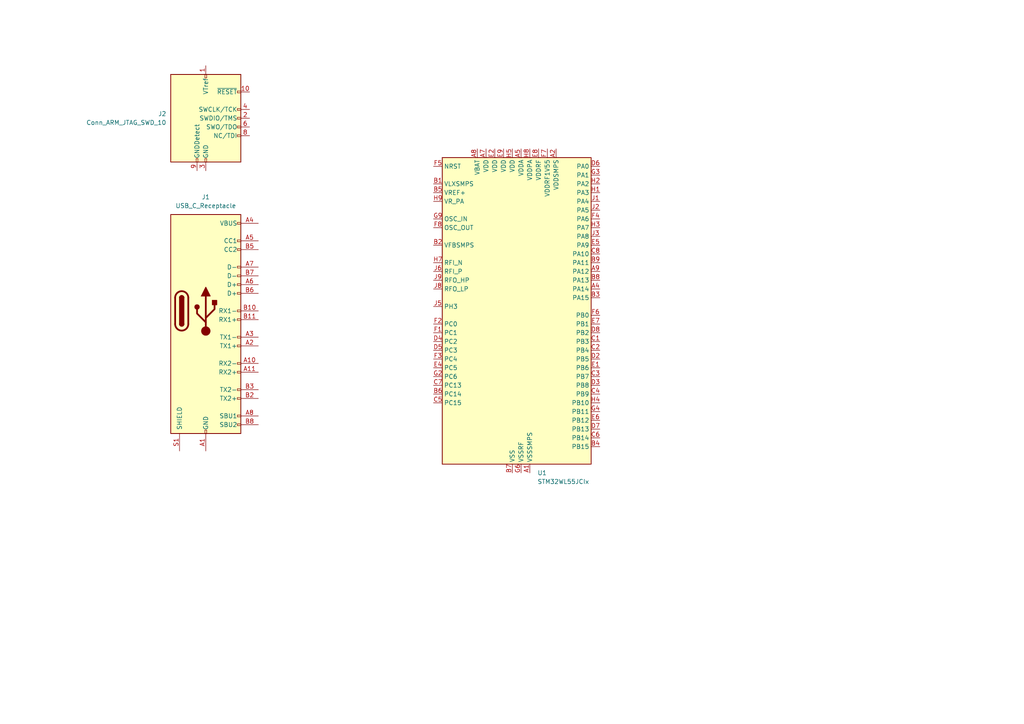
<source format=kicad_sch>
(kicad_sch (version 20231120) (generator "eeschema") (generator_version "8.0")
  (paper "A4")
  (lib_symbols
    (symbol "Connector:Conn_ARM_JTAG_SWD_10" (pin_names (offset 1.016))
      (property "Reference" "J" (at -2.54 16.51 0))
      (property "Value" "Conn_ARM_JTAG_SWD_10" (at -2.54 13.97 0))
      (symbol "Conn_ARM_JTAG_SWD_10_0_1"
        (rectangle (start -10.16 12.7) (end 10.16 -12.7) (stroke (width 0.254)) (fill (type background)))
        (rectangle (start -2.794 -12.7) (end -2.286 -11.684))
        (rectangle (start -0.254 -12.7) (end 0.254 -11.684))
        (rectangle (start -0.254 12.7) (end 0.254 11.684))
        (rectangle (start 9.144 2.286) (end 10.16 2.794))
        (rectangle (start 10.16 -2.794) (end 9.144 -2.286))
        (rectangle (start 10.16 -0.254) (end 9.144 0.254))
        (rectangle (start 10.16 7.874) (end 9.144 7.366))
      )
      (symbol "Conn_ARM_JTAG_SWD_10_1_1"
        (rectangle (start 9.144 -5.334) (end 10.16 -4.826))
        (pin power_in line (at 0 15.24 270) (length 2.54) (name "VTref") (number "1"))
        (pin open_collector line (at 12.7 7.62 180) (length 2.54) (name "~{RESET}") (number "10"))
        (pin bidirectional line (at 12.7 0 180) (length 2.54) (name "SWDIO/TMS") (number "2"))
        (pin power_in line (at 0 -15.24 90) (length 2.54) (name "GND") (number "3"))
        (pin output line (at 12.7 2.54 180) (length 2.54) (name "SWCLK/TCK") (number "4"))
        (pin passive line (at 0 -15.24 90) (length 2.54) hide (name "GND") (number "5"))
        (pin input line (at 12.7 -2.54 180) (length 2.54) (name "SWO/TDO") (number "6"))
        (pin no_connect line (at -10.16 0 0) (length 2.54) hide (name "KEY") (number "7"))
        (pin output line (at 12.7 -5.08 180) (length 2.54) (name "NC/TDI") (number "8"))
        (pin passive line (at -2.54 -15.24 90) (length 2.54) (name "GNDDetect") (number "9"))
      )
    )
    (symbol "Connector:USB_C_Receptacle" (pin_names (offset 1.016))
      (property "Reference" "J" (at -10.16 29.21 0))
      (property "Value" "USB_C_Receptacle" (at 10.16 29.21 0))
      (symbol "USB_C_Receptacle_0_0"
        (rectangle (start -0.254 -35.56) (end 0.254 -34.544))
        (rectangle (start 10.16 -32.766) (end 9.144 -33.274))
        (rectangle (start 10.16 -30.226) (end 9.144 -30.734))
        (rectangle (start 10.16 -25.146) (end 9.144 -25.654))
        (rectangle (start 10.16 -22.606) (end 9.144 -23.114))
        (rectangle (start 10.16 -17.526) (end 9.144 -18.034))
        (rectangle (start 10.16 -14.986) (end 9.144 -15.494))
        (rectangle (start 10.16 -9.906) (end 9.144 -10.414))
        (rectangle (start 10.16 -7.366) (end 9.144 -7.874))
        (rectangle (start 10.16 -2.286) (end 9.144 -2.794))
        (rectangle (start 10.16 0.254) (end 9.144 -0.254))
        (rectangle (start 10.16 5.334) (end 9.144 4.826))
        (rectangle (start 10.16 7.874) (end 9.144 7.366))
        (rectangle (start 10.16 10.414) (end 9.144 9.906))
        (rectangle (start 10.16 12.954) (end 9.144 12.446))
        (rectangle (start 10.16 18.034) (end 9.144 17.526))
        (rectangle (start 10.16 20.574) (end 9.144 20.066))
        (rectangle (start 10.16 25.654) (end 9.144 25.146))
      )
      (symbol "USB_C_Receptacle_0_1"
        (rectangle (start -10.16 27.94) (end 10.16 -35.56) (stroke (width 0.254)) (fill (type background)))
        (arc (start -8.89 -3.81) (mid -6.985 -5.7067) (end -5.08 -3.81) (stroke (width 0.508)))
        (arc (start -7.62 -3.81) (mid -6.985 -4.4423) (end -6.35 -3.81) (stroke (width 0.254)))
        (arc (start -7.62 -3.81) (mid -6.985 -4.4423) (end -6.35 -3.81) (stroke (width 0.254)) (fill (type outline)))
        (rectangle (start -7.62 -3.81) (end -6.35 3.81) (stroke (width 0.254)) (fill (type outline)))
        (arc (start -6.35 3.81) (mid -6.985 4.4423) (end -7.62 3.81) (stroke (width 0.254)))
        (arc (start -6.35 3.81) (mid -6.985 4.4423) (end -7.62 3.81) (stroke (width 0.254)) (fill (type outline)))
        (arc (start -5.08 3.81) (mid -6.985 5.7067) (end -8.89 3.81) (stroke (width 0.508)))
        (polyline (pts (xy -8.89 -3.81) (xy -8.89 3.81)) (stroke (width 0.508)))
        (polyline (pts (xy -5.08 3.81) (xy -5.08 -3.81)) (stroke (width 0.508)))
      )
      (symbol "USB_C_Receptacle_1_1"
        (circle (center -2.54 1.143) (radius 0.635) (stroke (width 0.254)) (fill (type outline)))
        (circle (center 0 -5.842) (radius 1.27) (fill (type outline)))
        (polyline (pts (xy 0 -5.842) (xy 0 4.318)) (stroke (width 0.508)))
        (polyline (pts (xy 0 -3.302) (xy -2.54 -0.762) (xy -2.54 0.508)) (stroke (width 0.508)))
        (polyline (pts (xy 0 -2.032) (xy 2.54 0.508) (xy 2.54 1.778)) (stroke (width 0.508)))
        (polyline (pts (xy -1.27 4.318) (xy 0 6.858) (xy 1.27 4.318) (xy -1.27 4.318)) (stroke (width 0.254)) (fill (type outline)))
        (rectangle (start 1.905 1.778) (end 3.175 3.048) (stroke (width 0.254)) (fill (type outline)))
        (pin passive line (at 0 -40.64 90) (length 5.08) (name "GND") (number "A1"))
        (pin bidirectional line (at 15.24 -15.24 180) (length 5.08) (name "RX2-") (number "A10"))
        (pin bidirectional line (at 15.24 -17.78 180) (length 5.08) (name "RX2+") (number "A11"))
        (pin passive line (at 0 -40.64 90) (length 5.08) hide (name "GND") (number "A12"))
        (pin bidirectional line (at 15.24 -10.16 180) (length 5.08) (name "TX1+") (number "A2"))
        (pin bidirectional line (at 15.24 -7.62 180) (length 5.08) (name "TX1-") (number "A3"))
        (pin passive line (at 15.24 25.4 180) (length 5.08) (name "VBUS") (number "A4"))
        (pin bidirectional line (at 15.24 20.32 180) (length 5.08) (name "CC1") (number "A5"))
        (pin bidirectional line (at 15.24 7.62 180) (length 5.08) (name "D+") (number "A6"))
        (pin bidirectional line (at 15.24 12.7 180) (length 5.08) (name "D-") (number "A7"))
        (pin bidirectional line (at 15.24 -30.48 180) (length 5.08) (name "SBU1") (number "A8"))
        (pin passive line (at 15.24 25.4 180) (length 5.08) hide (name "VBUS") (number "A9"))
        (pin passive line (at 0 -40.64 90) (length 5.08) hide (name "GND") (number "B1"))
        (pin bidirectional line (at 15.24 0 180) (length 5.08) (name "RX1-") (number "B10"))
        (pin bidirectional line (at 15.24 -2.54 180) (length 5.08) (name "RX1+") (number "B11"))
        (pin passive line (at 0 -40.64 90) (length 5.08) hide (name "GND") (number "B12"))
        (pin bidirectional line (at 15.24 -25.4 180) (length 5.08) (name "TX2+") (number "B2"))
        (pin bidirectional line (at 15.24 -22.86 180) (length 5.08) (name "TX2-") (number "B3"))
        (pin passive line (at 15.24 25.4 180) (length 5.08) hide (name "VBUS") (number "B4"))
        (pin bidirectional line (at 15.24 17.78 180) (length 5.08) (name "CC2") (number "B5"))
        (pin bidirectional line (at 15.24 5.08 180) (length 5.08) (name "D+") (number "B6"))
        (pin bidirectional line (at 15.24 10.16 180) (length 5.08) (name "D-") (number "B7"))
        (pin bidirectional line (at 15.24 -33.02 180) (length 5.08) (name "SBU2") (number "B8"))
        (pin passive line (at 15.24 25.4 180) (length 5.08) hide (name "VBUS") (number "B9"))
        (pin passive line (at -7.62 -40.64 90) (length 5.08) (name "SHIELD") (number "S1"))
      )
    )
    (symbol "MCU_ST_STM32WL:STM32WL55JCIx"
      (property "Reference" "U" (at -20.32 46.99 0))
      (property "Value" "STM32WL55JCIx" (at 15.24 46.99 0))
      (symbol "STM32WL55JCIx_0_1"
        (rectangle (start -20.32 -43.18) (end 22.86 45.72) (stroke (width 0.254)) (fill (type background)))
      )
      (symbol "STM32WL55JCIx_1_1"
        (pin power_in line (at 5.08 -45.72 90) (length 2.54) (name "VSSSMPS") (number "A1"))
        (pin power_in line (at 12.7 48.26 270) (length 2.54) (name "VDDSMPS") (number "A2"))
        (pin bidirectional line (at 25.4 7.62 180) (length 2.54) (name "PA14") (number "A4"))
        (pin power_in line (at 2.54 48.26 270) (length 2.54) (name "VDDA") (number "A5"))
        (pin power_in line (at -7.62 48.26 270) (length 2.54) (name "VDD") (number "A7"))
        (pin power_in line (at -10.16 48.26 270) (length 2.54) (name "VBAT") (number "A8"))
        (pin bidirectional line (at 25.4 12.7 180) (length 2.54) (name "PA12") (number "A9"))
        (pin power_in line (at -22.86 38.1 0) (length 2.54) (name "VLXSMPS") (number "B1"))
        (pin input line (at -22.86 20.32 0) (length 2.54) (name "VFBSMPS") (number "B2"))
        (pin bidirectional line (at 25.4 5.08 180) (length 2.54) (name "PA15") (number "B3"))
        (pin bidirectional line (at 25.4 -38.1 180) (length 2.54) (name "PB15") (number "B4"))
        (pin input line (at -22.86 35.56 0) (length 2.54) (name "VREF+") (number "B5"))
        (pin bidirectional line (at -22.86 -22.86 0) (length 2.54) (name "PC14") (number "B6"))
        (pin power_in line (at 0 -45.72 90) (length 2.54) (name "VSS") (number "B7"))
        (pin bidirectional line (at 25.4 10.16 180) (length 2.54) (name "PA13") (number "B8"))
        (pin bidirectional line (at 25.4 15.24 180) (length 2.54) (name "PA11") (number "B9"))
        (pin bidirectional line (at 25.4 -7.62 180) (length 2.54) (name "PB3") (number "C1"))
        (pin bidirectional line (at 25.4 -10.16 180) (length 2.54) (name "PB4") (number "C2"))
        (pin bidirectional line (at 25.4 -17.78 180) (length 2.54) (name "PB7") (number "C3"))
        (pin bidirectional line (at 25.4 -22.86 180) (length 2.54) (name "PB9") (number "C4"))
        (pin bidirectional line (at -22.86 -25.4 0) (length 2.54) (name "PC15") (number "C5"))
        (pin bidirectional line (at 25.4 -35.56 180) (length 2.54) (name "PB14") (number "C6"))
        (pin bidirectional line (at -22.86 -20.32 0) (length 2.54) (name "PC13") (number "C7"))
        (pin bidirectional line (at 25.4 17.78 180) (length 2.54) (name "PA10") (number "C8"))
        (pin bidirectional line (at 25.4 -12.7 180) (length 2.54) (name "PB5") (number "D2"))
        (pin bidirectional line (at 25.4 -20.32 180) (length 2.54) (name "PB8") (number "D3"))
        (pin bidirectional line (at -22.86 -7.62 0) (length 2.54) (name "PC2") (number "D4"))
        (pin bidirectional line (at -22.86 -10.16 0) (length 2.54) (name "PC3") (number "D5"))
        (pin bidirectional line (at 25.4 43.18 180) (length 2.54) (name "PA0") (number "D6"))
        (pin bidirectional line (at 25.4 -33.02 180) (length 2.54) (name "PB13") (number "D7"))
        (pin bidirectional line (at 25.4 -5.08 180) (length 2.54) (name "PB2") (number "D8"))
        (pin passive line (at 0 -45.72 90) (length 2.54) hide (name "VSS") (number "D9"))
        (pin bidirectional line (at 25.4 -15.24 180) (length 2.54) (name "PB6") (number "E1"))
        (pin power_in line (at -5.08 48.26 270) (length 2.54) (name "VDD") (number "E2"))
        (pin passive line (at 0 -45.72 90) (length 2.54) hide (name "VSS") (number "E3"))
        (pin bidirectional line (at -22.86 -15.24 0) (length 2.54) (name "PC5") (number "E4"))
        (pin bidirectional line (at 25.4 20.32 180) (length 2.54) (name "PA9") (number "E5"))
        (pin bidirectional line (at 25.4 -30.48 180) (length 2.54) (name "PB12") (number "E6"))
        (pin bidirectional line (at 25.4 -2.54 180) (length 2.54) (name "PB1") (number "E7"))
        (pin power_in line (at 7.62 48.26 270) (length 2.54) (name "VDDRF") (number "E8"))
        (pin power_in line (at -2.54 48.26 270) (length 2.54) (name "VDD") (number "E9"))
        (pin bidirectional line (at -22.86 -5.08 0) (length 2.54) (name "PC1") (number "F1"))
        (pin bidirectional line (at -22.86 -2.54 0) (length 2.54) (name "PC0") (number "F2"))
        (pin bidirectional line (at -22.86 -12.7 0) (length 2.54) (name "PC4") (number "F3"))
        (pin bidirectional line (at 25.4 27.94 180) (length 2.54) (name "PA6") (number "F4"))
        (pin input line (at -22.86 43.18 0) (length 2.54) (name "NRST") (number "F5"))
        (pin bidirectional line (at 25.4 0 180) (length 2.54) (name "PB0") (number "F6"))
        (pin power_in line (at 10.16 48.26 270) (length 2.54) (name "VDDRF1V55") (number "F7"))
        (pin input line (at -22.86 25.4 0) (length 2.54) (name "OSC_OUT") (number "F8"))
        (pin bidirectional line (at -22.86 -17.78 0) (length 2.54) (name "PC6") (number "G2"))
        (pin bidirectional line (at 25.4 40.64 180) (length 2.54) (name "PA1") (number "G3"))
        (pin bidirectional line (at 25.4 -27.94 180) (length 2.54) (name "PB11") (number "G4"))
        (pin passive line (at 0 -45.72 90) (length 2.54) hide (name "VSS") (number "G5"))
        (pin power_in line (at 2.54 -45.72 90) (length 2.54) (name "VSSRF") (number "G6"))
        (pin passive line (at 2.54 -45.72 90) (length 2.54) hide (name "VSSRF") (number "G7"))
        (pin passive line (at 2.54 -45.72 90) (length 2.54) hide (name "VSSRF") (number "G8"))
        (pin input line (at -22.86 27.94 0) (length 2.54) (name "OSC_IN") (number "G9"))
        (pin bidirectional line (at 25.4 35.56 180) (length 2.54) (name "PA3") (number "H1"))
        (pin bidirectional line (at 25.4 38.1 180) (length 2.54) (name "PA2") (number "H2"))
        (pin bidirectional line (at 25.4 25.4 180) (length 2.54) (name "PA7") (number "H3"))
        (pin bidirectional line (at 25.4 -25.4 180) (length 2.54) (name "PB10") (number "H4"))
        (pin power_in line (at 0 48.26 270) (length 2.54) (name "VDD") (number "H5"))
        (pin passive line (at 2.54 -45.72 90) (length 2.54) hide (name "VSSRF") (number "H6"))
        (pin bidirectional line (at -22.86 15.24 0) (length 2.54) (name "RFI_N") (number "H7"))
        (pin power_in line (at 5.08 48.26 270) (length 2.54) (name "VDDPA") (number "H8"))
        (pin power_in line (at -22.86 33.02 0) (length 2.54) (name "VR_PA") (number "H9"))
        (pin bidirectional line (at 25.4 33.02 180) (length 2.54) (name "PA4") (number "J1"))
        (pin bidirectional line (at 25.4 30.48 180) (length 2.54) (name "PA5") (number "J2"))
        (pin bidirectional line (at 25.4 22.86 180) (length 2.54) (name "PA8") (number "J3"))
        (pin bidirectional line (at -22.86 2.54 0) (length 2.54) (name "PH3") (number "J5"))
        (pin bidirectional line (at -22.86 12.7 0) (length 2.54) (name "RFI_P") (number "J6"))
        (pin bidirectional line (at -22.86 7.62 0) (length 2.54) (name "RFO_LP") (number "J8"))
        (pin bidirectional line (at -22.86 10.16 0) (length 2.54) (name "RFO_HP") (number "J9"))
      )
    )
  )
  (symbol (lib_id "Connector:Conn_ARM_JTAG_SWD_10") (at 59.69 34.29 0) (unit 1)
    (property "Reference" "J2" (at 48.26 33.0199 0) (effects (justify right)))
    (property "Value" "Conn_ARM_JTAG_SWD_10" (at 48.26 35.5599 0) (effects (justify right)))
    (property "Datasheet" "http://infocenter.arm.com/help/topic/com.arm.doc.ddi0314h/DDI0314H_coresight_components_trm.pdf" (effects (hide yes)))
    (property "Description" "Cortex Debug Connector, standard ARM Cortex-M SWD and JTAG interface" (effects (hide yes)))
  )
  (symbol (lib_id "Connector:USB_C_Receptacle") (at 59.69 90.17 0) (unit 1)
    (property "Reference" "J1" (at 59.69 57.15 0))
    (property "Value" "USB_C_Receptacle" (at 59.69 59.69 0))
    (property "Footprint" "Connector_USB:USB_C_Receptacle_Amphenol_12401548E4-2A" (effects (hide yes)))
    (property "Datasheet" "https://www.usb.org/sites/default/files/documents/usb_type-c.zip" (effects (hide yes)))
    (property "Description" "USB Full-Featured Type-C Receptacle connector" (effects (hide yes)))
  )
  (symbol (lib_id "MCU_ST_STM32WL:STM32WL55JCIx") (at 148.59 91.44 0) (unit 1)
    (property "Reference" "U1" (at 155.8641 137.16 0) (effects (justify left)))
    (property "Value" "STM32WL55JCIx" (at 155.8641 139.7 0) (effects (justify left)))
    (property "Footprint" "Package_BGA:ST_UFBGA-73_5x5mm_Layout9x9_P0.5mm" (effects (hide yes)))
    (property "Datasheet" "https://www.st.com/resource/en/datasheet/stm32wl55jc.pdf" (effects (hide yes)))
    (property "Description" "STMicroelectronics Arm Cortex-M4 MCU, 256KB flash, 64KB RAM, 48 MHz, 1.8-3.6V, 43 GPIO, UFBGA73" (effects (hide yes)))
  )
)
</source>
